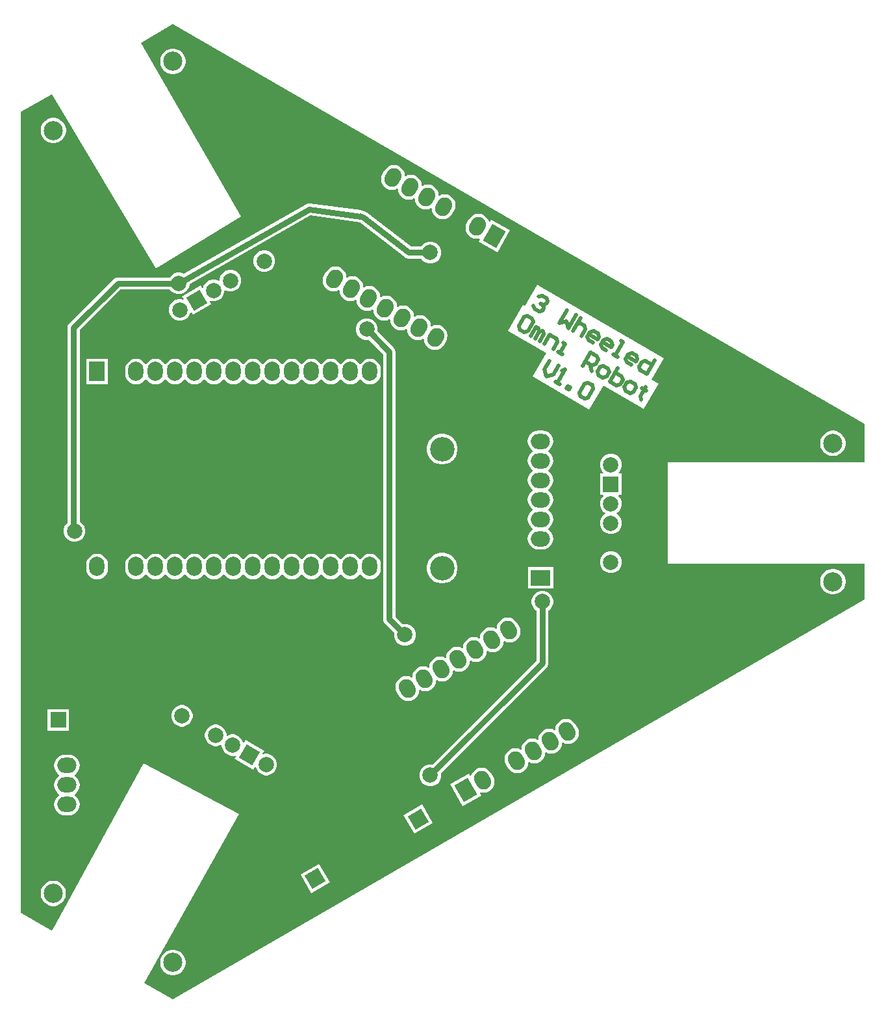
<source format=gtl>
G04*
G04 #@! TF.GenerationSoftware,Altium Limited,Altium Designer,23.10.1 (27)*
G04*
G04 Layer_Physical_Order=1*
G04 Layer_Color=255*
%FSLAX24Y24*%
%MOIN*%
G70*
G04*
G04 #@! TF.SameCoordinates,5D8C2957-00C5-4E15-9E5F-65C5349A431B*
G04*
G04*
G04 #@! TF.FilePolarity,Positive*
G04*
G01*
G75*
%ADD10C,0.0300*%
%ADD11C,0.0200*%
%ADD12C,0.0984*%
%ADD13C,0.0787*%
%ADD14R,0.0787X0.0787*%
%ADD15P,0.1114X4X285.0*%
%ADD16O,0.0984X0.0787*%
%ADD17C,0.1260*%
%ADD18R,0.0984X0.0787*%
%ADD19O,0.0787X0.0984*%
%ADD20R,0.0787X0.0984*%
G04:AMPARAMS|DCode=21|XSize=78.7mil|YSize=98.4mil|CornerRadius=0mil|HoleSize=0mil|Usage=FLASHONLY|Rotation=330.000|XOffset=0mil|YOffset=0mil|HoleType=Round|Shape=Round|*
%AMOVALD21*
21,1,0.0197,0.0787,0.0000,0.0000,60.0*
1,1,0.0787,-0.0049,-0.0085*
1,1,0.0787,0.0049,0.0085*
%
%ADD21OVALD21*%

G04:AMPARAMS|DCode=22|XSize=78.7mil|YSize=98.4mil|CornerRadius=0mil|HoleSize=0mil|Usage=FLASHONLY|Rotation=330.000|XOffset=0mil|YOffset=0mil|HoleType=Round|Shape=Rectangle|*
%AMROTATEDRECTD22*
4,1,4,-0.0587,-0.0229,-0.0095,0.0623,0.0587,0.0229,0.0095,-0.0623,-0.0587,-0.0229,0.0*
%
%ADD22ROTATEDRECTD22*%

%ADD23P,0.1114X4X165.0*%
G04:AMPARAMS|DCode=24|XSize=78.7mil|YSize=98.4mil|CornerRadius=0mil|HoleSize=0mil|Usage=FLASHONLY|Rotation=210.000|XOffset=0mil|YOffset=0mil|HoleType=Round|Shape=Round|*
%AMOVALD24*
21,1,0.0197,0.0787,0.0000,0.0000,300.0*
1,1,0.0787,-0.0049,0.0085*
1,1,0.0787,0.0049,-0.0085*
%
%ADD24OVALD24*%

G04:AMPARAMS|DCode=25|XSize=78.7mil|YSize=98.4mil|CornerRadius=0mil|HoleSize=0mil|Usage=FLASHONLY|Rotation=210.000|XOffset=0mil|YOffset=0mil|HoleType=Round|Shape=Rectangle|*
%AMROTATEDRECTD25*
4,1,4,0.0095,0.0623,0.0587,-0.0229,-0.0095,-0.0623,-0.0587,0.0229,0.0095,0.0623,0.0*
%
%ADD25ROTATEDRECTD25*%

G36*
X45700Y33007D02*
Y31057D01*
X35600D01*
Y25857D01*
X45700D01*
Y24007D01*
X10200Y3507D01*
X8702Y4362D01*
X13572Y13019D01*
X8700Y15607D01*
X4019Y7091D01*
X3955Y7070D01*
X2400Y7957D01*
Y49010D01*
X3968Y49914D01*
X9306Y40975D01*
X13695Y43657D01*
X8562Y52563D01*
X10200Y53507D01*
X45700Y33007D01*
D02*
G37*
%LPC*%
G36*
X10253Y52259D02*
X10125D01*
X9999Y52234D01*
X9881Y52185D01*
X9774Y52114D01*
X9684Y52023D01*
X9613Y51917D01*
X9564Y51799D01*
X9539Y51673D01*
Y51545D01*
X9564Y51420D01*
X9613Y51302D01*
X9684Y51195D01*
X9774Y51105D01*
X9881Y51034D01*
X9999Y50985D01*
X10125Y50960D01*
X10253D01*
X10378Y50985D01*
X10496Y51034D01*
X10603Y51105D01*
X10693Y51195D01*
X10764Y51302D01*
X10813Y51420D01*
X10838Y51545D01*
Y51673D01*
X10813Y51799D01*
X10764Y51917D01*
X10693Y52023D01*
X10603Y52114D01*
X10496Y52185D01*
X10378Y52234D01*
X10253Y52259D01*
D02*
G37*
G36*
X4116Y48716D02*
X3988D01*
X3862Y48691D01*
X3744Y48642D01*
X3637Y48571D01*
X3547Y48480D01*
X3476Y48374D01*
X3427Y48255D01*
X3402Y48130D01*
Y48002D01*
X3427Y47876D01*
X3476Y47758D01*
X3547Y47652D01*
X3637Y47561D01*
X3744Y47490D01*
X3862Y47441D01*
X3988Y47416D01*
X4116D01*
X4241Y47441D01*
X4359Y47490D01*
X4466Y47561D01*
X4556Y47652D01*
X4627Y47758D01*
X4676Y47876D01*
X4701Y48002D01*
Y48130D01*
X4676Y48255D01*
X4627Y48374D01*
X4556Y48480D01*
X4466Y48571D01*
X4359Y48642D01*
X4241Y48691D01*
X4116Y48716D01*
D02*
G37*
G36*
X17190Y44339D02*
X17170Y44337D01*
X17149Y44337D01*
X17130Y44332D01*
X17110Y44329D01*
X17091Y44321D01*
X17071Y44316D01*
X17053Y44306D01*
X17035Y44299D01*
X10734Y40723D01*
X10702Y40741D01*
X10562Y40779D01*
X10417D01*
X10277Y40741D01*
X10151Y40669D01*
X10048Y40566D01*
X10032Y40538D01*
X7370D01*
X7290Y40527D01*
X7215Y40496D01*
X7151Y40447D01*
X4881Y38177D01*
X4831Y38112D01*
X4800Y38038D01*
X4790Y37957D01*
Y27958D01*
X4698Y27866D01*
X4626Y27741D01*
X4588Y27600D01*
Y27455D01*
X4626Y27315D01*
X4698Y27189D01*
X4801Y27087D01*
X4927Y27014D01*
X5067Y26977D01*
X5212D01*
X5352Y27014D01*
X5478Y27087D01*
X5580Y27189D01*
X5653Y27315D01*
X5691Y27455D01*
Y27600D01*
X5653Y27741D01*
X5580Y27866D01*
X5478Y27969D01*
X5410Y28008D01*
Y37829D01*
X7499Y39918D01*
X10032D01*
X10048Y39889D01*
X10151Y39787D01*
X10277Y39714D01*
X10417Y39677D01*
X10562D01*
X10702Y39714D01*
X10828Y39787D01*
X10930Y39889D01*
X11003Y40015D01*
X11041Y40155D01*
Y40184D01*
X17250Y43707D01*
X19772Y43362D01*
X19772Y43361D01*
X19778Y43358D01*
X19779Y43359D01*
X22111Y41562D01*
X22129Y41551D01*
X22145Y41539D01*
X22163Y41531D01*
X22181Y41521D01*
X22201Y41516D01*
X22220Y41508D01*
X22240Y41505D01*
X22259Y41500D01*
X22280Y41500D01*
X22300Y41497D01*
X22943D01*
X22959Y41469D01*
X23062Y41366D01*
X23187Y41294D01*
X23327Y41256D01*
X23473D01*
X23613Y41294D01*
X23738Y41366D01*
X23841Y41469D01*
X23914Y41595D01*
X23951Y41735D01*
Y41880D01*
X23914Y42020D01*
X23841Y42146D01*
X23738Y42248D01*
X23613Y42321D01*
X23473Y42358D01*
X23327D01*
X23187Y42321D01*
X23062Y42248D01*
X22959Y42146D01*
X22943Y42117D01*
X22406D01*
X20153Y43854D01*
X20140Y43862D01*
X20119Y43878D01*
X20014Y43935D01*
X19899Y43970D01*
X19876Y43972D01*
X19863Y43975D01*
X17230Y44336D01*
X17210Y44336D01*
X17190Y44339D01*
D02*
G37*
G36*
X21534Y46297D02*
X21390Y46278D01*
X21256Y46222D01*
X21141Y46134D01*
X21053Y46019D01*
X20954Y45848D01*
X20899Y45714D01*
X20880Y45570D01*
X20899Y45426D01*
X20954Y45292D01*
X21043Y45177D01*
X21158Y45089D01*
X21292Y45033D01*
X21436Y45014D01*
X21580Y45033D01*
X21697Y45082D01*
X21711Y45078D01*
X21739Y45062D01*
X21748Y45052D01*
X21765Y44926D01*
X21820Y44792D01*
X21909Y44677D01*
X22024Y44589D01*
X22158Y44533D01*
X22302Y44514D01*
X22446Y44533D01*
X22563Y44582D01*
X22577Y44578D01*
X22605Y44562D01*
X22614Y44552D01*
X22631Y44426D01*
X22686Y44292D01*
X22775Y44177D01*
X22890Y44089D01*
X23024Y44033D01*
X23168Y44014D01*
X23312Y44033D01*
X23429Y44082D01*
X23443Y44078D01*
X23471Y44062D01*
X23480Y44052D01*
X23497Y43926D01*
X23552Y43792D01*
X23641Y43677D01*
X23756Y43589D01*
X23890Y43533D01*
X24034Y43514D01*
X24178Y43533D01*
X24312Y43589D01*
X24427Y43677D01*
X24515Y43792D01*
X24614Y43963D01*
X24669Y44097D01*
X24688Y44241D01*
X24669Y44385D01*
X24614Y44519D01*
X24525Y44634D01*
X24410Y44722D01*
X24276Y44778D01*
X24132Y44797D01*
X23988Y44778D01*
X23871Y44729D01*
X23857Y44732D01*
X23829Y44748D01*
X23820Y44759D01*
X23803Y44885D01*
X23748Y45019D01*
X23659Y45134D01*
X23544Y45222D01*
X23410Y45278D01*
X23266Y45297D01*
X23122Y45278D01*
X23005Y45229D01*
X22991Y45232D01*
X22963Y45248D01*
X22954Y45259D01*
X22937Y45385D01*
X22882Y45519D01*
X22793Y45634D01*
X22678Y45722D01*
X22544Y45778D01*
X22400Y45797D01*
X22256Y45778D01*
X22139Y45729D01*
X22125Y45732D01*
X22097Y45748D01*
X22088Y45759D01*
X22071Y45885D01*
X22016Y46019D01*
X21927Y46134D01*
X21812Y46222D01*
X21678Y46278D01*
X21534Y46297D01*
D02*
G37*
G36*
X25864Y43797D02*
X25720Y43778D01*
X25586Y43722D01*
X25471Y43634D01*
X25383Y43519D01*
X25284Y43348D01*
X25229Y43214D01*
X25210Y43070D01*
X25229Y42926D01*
X25284Y42792D01*
X25373Y42677D01*
X25488Y42589D01*
X25622Y42533D01*
X25766Y42514D01*
X25910Y42533D01*
X25922Y42538D01*
X25955Y42501D01*
X25879Y42368D01*
X26834Y41817D01*
X27483Y42942D01*
X26529Y43494D01*
X26452Y43361D01*
X26403Y43371D01*
X26401Y43385D01*
X26346Y43519D01*
X26257Y43634D01*
X26142Y43722D01*
X26008Y43778D01*
X25864Y43797D01*
D02*
G37*
G36*
X14803Y41921D02*
X14663Y41884D01*
X14537Y41811D01*
X14435Y41709D01*
X14362Y41583D01*
X14325Y41443D01*
X14325Y41298D01*
X14362Y41157D01*
X14435Y41032D01*
X14537Y40929D01*
X14663Y40857D01*
X14803Y40819D01*
X14948Y40819D01*
X15089Y40857D01*
X15214Y40929D01*
X15317Y41032D01*
X15389Y41157D01*
X15427Y41298D01*
X15427Y41443D01*
X15389Y41583D01*
X15317Y41709D01*
X15214Y41811D01*
X15089Y41884D01*
X14948Y41921D01*
X14803Y41921D01*
D02*
G37*
G36*
X13071Y40921D02*
X12931Y40884D01*
X12805Y40811D01*
X12703Y40709D01*
X12630Y40583D01*
X12593Y40443D01*
Y40375D01*
X12549Y40350D01*
X12491Y40384D01*
X12350Y40421D01*
X12205Y40421D01*
X12065Y40384D01*
X11939Y40311D01*
X11837Y40209D01*
X11764Y40083D01*
X11742Y40000D01*
X11688Y39993D01*
X11613Y40123D01*
X10659Y39572D01*
X10734Y39442D01*
X10701Y39399D01*
X10618Y39421D01*
X10473Y39421D01*
X10333Y39384D01*
X10207Y39311D01*
X10105Y39209D01*
X10032Y39083D01*
X9995Y38943D01*
X9995Y38798D01*
X10032Y38657D01*
X10105Y38532D01*
X10207Y38429D01*
X10333Y38357D01*
X10473Y38319D01*
X10618Y38319D01*
X10758Y38357D01*
X10884Y38429D01*
X10987Y38532D01*
X11059Y38657D01*
X11081Y38740D01*
X11135Y38747D01*
X11210Y38617D01*
X12165Y39168D01*
X12090Y39298D01*
X12123Y39341D01*
X12205Y39319D01*
X12350Y39319D01*
X12491Y39357D01*
X12616Y39429D01*
X12719Y39532D01*
X12791Y39657D01*
X12829Y39798D01*
Y39865D01*
X12872Y39890D01*
X12931Y39857D01*
X13071Y39819D01*
X13216Y39819D01*
X13357Y39857D01*
X13482Y39929D01*
X13585Y40032D01*
X13657Y40157D01*
X13695Y40298D01*
X13695Y40443D01*
X13657Y40583D01*
X13585Y40709D01*
X13482Y40811D01*
X13357Y40884D01*
X13216Y40921D01*
X13071Y40921D01*
D02*
G37*
G36*
X28892Y40161D02*
X28250Y39049D01*
X28142Y39111D01*
X27385Y37800D01*
X29340Y36671D01*
X28635Y35450D01*
X31563Y33759D01*
X32268Y34981D01*
X34353Y33777D01*
X35110Y35088D01*
X34756Y35293D01*
X35398Y36405D01*
X28892Y40161D01*
D02*
G37*
G36*
X18534Y41100D02*
X18390Y41081D01*
X18256Y41026D01*
X18141Y40938D01*
X18053Y40822D01*
X17954Y40652D01*
X17899Y40518D01*
X17880Y40374D01*
X17899Y40230D01*
X17954Y40096D01*
X18043Y39981D01*
X18158Y39893D01*
X18292Y39837D01*
X18436Y39818D01*
X18580Y39837D01*
X18697Y39886D01*
X18711Y39882D01*
X18738Y39866D01*
X18748Y39856D01*
X18765Y39730D01*
X18820Y39596D01*
X18909Y39481D01*
X19024Y39393D01*
X19158Y39337D01*
X19302Y39318D01*
X19446Y39337D01*
X19563Y39386D01*
X19577Y39382D01*
X19605Y39366D01*
X19614Y39356D01*
X19631Y39230D01*
X19686Y39096D01*
X19775Y38981D01*
X19890Y38893D01*
X20024Y38837D01*
X20168Y38818D01*
X20312Y38837D01*
X20429Y38886D01*
X20443Y38882D01*
X20471Y38866D01*
X20480Y38856D01*
X20497Y38730D01*
X20552Y38596D01*
X20641Y38481D01*
X20756Y38393D01*
X20890Y38337D01*
X21034Y38318D01*
X21178Y38337D01*
X21295Y38386D01*
X21309Y38382D01*
X21337Y38366D01*
X21346Y38356D01*
X21363Y38230D01*
X21418Y38096D01*
X21507Y37981D01*
X21622Y37893D01*
X21756Y37837D01*
X21900Y37818D01*
X22044Y37837D01*
X22161Y37886D01*
X22175Y37882D01*
X22203Y37866D01*
X22212Y37856D01*
X22229Y37730D01*
X22284Y37596D01*
X22373Y37481D01*
X22488Y37393D01*
X22622Y37337D01*
X22766Y37318D01*
X22910Y37337D01*
X23027Y37386D01*
X23041Y37382D01*
X23069Y37366D01*
X23078Y37356D01*
X23095Y37230D01*
X23150Y37096D01*
X23239Y36981D01*
X23354Y36893D01*
X23488Y36837D01*
X23632Y36818D01*
X23776Y36837D01*
X23910Y36893D01*
X24025Y36981D01*
X24113Y37096D01*
X24212Y37267D01*
X24267Y37401D01*
X24286Y37544D01*
X24267Y37688D01*
X24212Y37822D01*
X24123Y37938D01*
X24008Y38026D01*
X23874Y38081D01*
X23730Y38100D01*
X23586Y38081D01*
X23469Y38033D01*
X23455Y38036D01*
X23428Y38052D01*
X23418Y38062D01*
X23401Y38188D01*
X23346Y38322D01*
X23257Y38438D01*
X23142Y38526D01*
X23008Y38581D01*
X22864Y38600D01*
X22720Y38581D01*
X22603Y38533D01*
X22589Y38536D01*
X22561Y38552D01*
X22552Y38562D01*
X22535Y38688D01*
X22480Y38822D01*
X22391Y38938D01*
X22276Y39026D01*
X22142Y39081D01*
X21998Y39100D01*
X21854Y39081D01*
X21737Y39033D01*
X21723Y39036D01*
X21695Y39052D01*
X21686Y39062D01*
X21669Y39188D01*
X21614Y39322D01*
X21525Y39438D01*
X21410Y39526D01*
X21276Y39581D01*
X21132Y39600D01*
X20988Y39581D01*
X20871Y39533D01*
X20857Y39536D01*
X20829Y39552D01*
X20820Y39562D01*
X20803Y39688D01*
X20748Y39822D01*
X20659Y39938D01*
X20544Y40026D01*
X20410Y40081D01*
X20266Y40100D01*
X20122Y40081D01*
X20005Y40033D01*
X19991Y40036D01*
X19963Y40052D01*
X19954Y40062D01*
X19937Y40188D01*
X19882Y40322D01*
X19793Y40438D01*
X19678Y40526D01*
X19544Y40581D01*
X19400Y40600D01*
X19256Y40581D01*
X19139Y40533D01*
X19125Y40536D01*
X19097Y40552D01*
X19088Y40562D01*
X19071Y40688D01*
X19016Y40822D01*
X18927Y40938D01*
X18812Y41026D01*
X18678Y41081D01*
X18534Y41100D01*
D02*
G37*
G36*
X20300Y36362D02*
X20156Y36343D01*
X20022Y36287D01*
X19907Y36199D01*
X19830Y36098D01*
X19816Y36094D01*
X19784D01*
X19770Y36098D01*
X19693Y36199D01*
X19578Y36287D01*
X19444Y36343D01*
X19300Y36362D01*
X19156Y36343D01*
X19022Y36287D01*
X18907Y36199D01*
X18830Y36098D01*
X18816Y36094D01*
X18784D01*
X18770Y36098D01*
X18693Y36199D01*
X18578Y36287D01*
X18444Y36343D01*
X18300Y36362D01*
X18156Y36343D01*
X18022Y36287D01*
X17907Y36199D01*
X17830Y36098D01*
X17816Y36094D01*
X17784D01*
X17770Y36098D01*
X17693Y36199D01*
X17578Y36287D01*
X17444Y36343D01*
X17300Y36362D01*
X17156Y36343D01*
X17022Y36287D01*
X16907Y36199D01*
X16830Y36098D01*
X16816Y36094D01*
X16784D01*
X16770Y36098D01*
X16693Y36199D01*
X16578Y36287D01*
X16444Y36343D01*
X16300Y36362D01*
X16156Y36343D01*
X16022Y36287D01*
X15907Y36199D01*
X15830Y36098D01*
X15816Y36094D01*
X15784D01*
X15770Y36098D01*
X15693Y36199D01*
X15578Y36287D01*
X15444Y36343D01*
X15300Y36362D01*
X15156Y36343D01*
X15022Y36287D01*
X14907Y36199D01*
X14830Y36098D01*
X14816Y36094D01*
X14784D01*
X14770Y36098D01*
X14693Y36199D01*
X14578Y36287D01*
X14444Y36343D01*
X14300Y36362D01*
X14156Y36343D01*
X14022Y36287D01*
X13907Y36199D01*
X13830Y36098D01*
X13816Y36094D01*
X13784D01*
X13770Y36098D01*
X13693Y36199D01*
X13578Y36287D01*
X13444Y36343D01*
X13300Y36362D01*
X13156Y36343D01*
X13022Y36287D01*
X12907Y36199D01*
X12830Y36098D01*
X12816Y36094D01*
X12784D01*
X12770Y36098D01*
X12693Y36199D01*
X12578Y36287D01*
X12444Y36343D01*
X12300Y36362D01*
X12156Y36343D01*
X12022Y36287D01*
X11907Y36199D01*
X11830Y36098D01*
X11816Y36094D01*
X11784D01*
X11770Y36098D01*
X11693Y36199D01*
X11578Y36287D01*
X11444Y36343D01*
X11300Y36362D01*
X11156Y36343D01*
X11022Y36287D01*
X10907Y36199D01*
X10830Y36098D01*
X10816Y36094D01*
X10784D01*
X10770Y36098D01*
X10693Y36199D01*
X10578Y36287D01*
X10444Y36343D01*
X10300Y36362D01*
X10156Y36343D01*
X10022Y36287D01*
X9907Y36199D01*
X9830Y36098D01*
X9816Y36094D01*
X9784D01*
X9770Y36098D01*
X9693Y36199D01*
X9578Y36287D01*
X9444Y36343D01*
X9300Y36362D01*
X9156Y36343D01*
X9022Y36287D01*
X8907Y36199D01*
X8830Y36098D01*
X8816Y36094D01*
X8784D01*
X8770Y36098D01*
X8693Y36199D01*
X8578Y36287D01*
X8444Y36343D01*
X8300Y36362D01*
X8156Y36343D01*
X8022Y36287D01*
X7907Y36199D01*
X7819Y36084D01*
X7763Y35950D01*
X7744Y35806D01*
Y35609D01*
X7763Y35465D01*
X7819Y35331D01*
X7907Y35216D01*
X8022Y35127D01*
X8156Y35072D01*
X8300Y35053D01*
X8444Y35072D01*
X8578Y35127D01*
X8693Y35216D01*
X8770Y35317D01*
X8784Y35321D01*
X8816D01*
X8830Y35317D01*
X8907Y35216D01*
X9022Y35127D01*
X9156Y35072D01*
X9300Y35053D01*
X9444Y35072D01*
X9578Y35127D01*
X9693Y35216D01*
X9770Y35317D01*
X9784Y35321D01*
X9816D01*
X9830Y35317D01*
X9907Y35216D01*
X10022Y35127D01*
X10156Y35072D01*
X10300Y35053D01*
X10444Y35072D01*
X10578Y35127D01*
X10693Y35216D01*
X10770Y35317D01*
X10784Y35321D01*
X10816D01*
X10830Y35317D01*
X10907Y35216D01*
X11022Y35127D01*
X11156Y35072D01*
X11300Y35053D01*
X11444Y35072D01*
X11578Y35127D01*
X11693Y35216D01*
X11770Y35317D01*
X11784Y35321D01*
X11816D01*
X11830Y35317D01*
X11907Y35216D01*
X12022Y35127D01*
X12156Y35072D01*
X12300Y35053D01*
X12444Y35072D01*
X12578Y35127D01*
X12693Y35216D01*
X12770Y35317D01*
X12784Y35321D01*
X12816D01*
X12830Y35317D01*
X12907Y35216D01*
X13022Y35127D01*
X13156Y35072D01*
X13300Y35053D01*
X13444Y35072D01*
X13578Y35127D01*
X13693Y35216D01*
X13770Y35317D01*
X13784Y35321D01*
X13816D01*
X13830Y35317D01*
X13907Y35216D01*
X14022Y35127D01*
X14156Y35072D01*
X14300Y35053D01*
X14444Y35072D01*
X14578Y35127D01*
X14693Y35216D01*
X14770Y35317D01*
X14784Y35321D01*
X14816D01*
X14830Y35317D01*
X14907Y35216D01*
X15022Y35127D01*
X15156Y35072D01*
X15300Y35053D01*
X15444Y35072D01*
X15578Y35127D01*
X15693Y35216D01*
X15770Y35317D01*
X15784Y35321D01*
X15816D01*
X15830Y35317D01*
X15907Y35216D01*
X16022Y35127D01*
X16156Y35072D01*
X16300Y35053D01*
X16444Y35072D01*
X16578Y35127D01*
X16693Y35216D01*
X16770Y35317D01*
X16784Y35321D01*
X16816D01*
X16830Y35317D01*
X16907Y35216D01*
X17022Y35127D01*
X17156Y35072D01*
X17300Y35053D01*
X17444Y35072D01*
X17578Y35127D01*
X17693Y35216D01*
X17770Y35317D01*
X17784Y35321D01*
X17816D01*
X17830Y35317D01*
X17907Y35216D01*
X18022Y35127D01*
X18156Y35072D01*
X18300Y35053D01*
X18444Y35072D01*
X18578Y35127D01*
X18693Y35216D01*
X18770Y35317D01*
X18784Y35321D01*
X18816D01*
X18830Y35317D01*
X18907Y35216D01*
X19022Y35127D01*
X19156Y35072D01*
X19300Y35053D01*
X19444Y35072D01*
X19578Y35127D01*
X19693Y35216D01*
X19770Y35317D01*
X19784Y35321D01*
X19816D01*
X19830Y35317D01*
X19907Y35216D01*
X20022Y35127D01*
X20156Y35072D01*
X20300Y35053D01*
X20444Y35072D01*
X20578Y35127D01*
X20693Y35216D01*
X20781Y35331D01*
X20837Y35465D01*
X20856Y35609D01*
Y35806D01*
X20837Y35950D01*
X20781Y36084D01*
X20693Y36199D01*
X20578Y36287D01*
X20444Y36343D01*
X20300Y36362D01*
D02*
G37*
G36*
X6851Y36357D02*
X5749D01*
Y35058D01*
X6851D01*
Y36357D01*
D02*
G37*
G36*
X44122Y32675D02*
X43994D01*
X43868Y32650D01*
X43750Y32601D01*
X43644Y32530D01*
X43553Y32439D01*
X43482Y32333D01*
X43433Y32215D01*
X43408Y32089D01*
Y31961D01*
X43433Y31836D01*
X43482Y31717D01*
X43553Y31611D01*
X43644Y31520D01*
X43750Y31449D01*
X43868Y31400D01*
X43994Y31375D01*
X44122D01*
X44247Y31400D01*
X44366Y31449D01*
X44472Y31520D01*
X44562Y31611D01*
X44634Y31717D01*
X44683Y31836D01*
X44707Y31961D01*
Y32089D01*
X44683Y32215D01*
X44634Y32333D01*
X44562Y32439D01*
X44472Y32530D01*
X44366Y32601D01*
X44247Y32650D01*
X44122Y32675D01*
D02*
G37*
G36*
X24080Y32523D02*
X23925D01*
X23773Y32493D01*
X23630Y32434D01*
X23501Y32347D01*
X23391Y32238D01*
X23305Y32109D01*
X23246Y31966D01*
X23215Y31813D01*
Y31658D01*
X23246Y31506D01*
X23305Y31363D01*
X23391Y31234D01*
X23501Y31124D01*
X23630Y31038D01*
X23773Y30979D01*
X23925Y30948D01*
X24080D01*
X24232Y30979D01*
X24376Y31038D01*
X24505Y31124D01*
X24614Y31234D01*
X24701Y31363D01*
X24760Y31506D01*
X24790Y31658D01*
Y31813D01*
X24760Y31966D01*
X24701Y32109D01*
X24614Y32238D01*
X24505Y32347D01*
X24376Y32434D01*
X24232Y32493D01*
X24080Y32523D01*
D02*
G37*
G36*
X32740Y31486D02*
X32595D01*
X32455Y31448D01*
X32329Y31376D01*
X32226Y31273D01*
X32154Y31148D01*
X32116Y31007D01*
Y30862D01*
X32154Y30722D01*
X32226Y30596D01*
X32287Y30536D01*
X32266Y30486D01*
X32116D01*
Y29384D01*
X32266D01*
X32287Y29334D01*
X32226Y29273D01*
X32154Y29148D01*
X32116Y29007D01*
Y28862D01*
X32154Y28722D01*
X32226Y28596D01*
X32329Y28494D01*
X32388Y28460D01*
Y28410D01*
X32329Y28376D01*
X32226Y28273D01*
X32154Y28148D01*
X32116Y28007D01*
Y27862D01*
X32154Y27722D01*
X32226Y27596D01*
X32329Y27494D01*
X32455Y27421D01*
X32595Y27384D01*
X32740D01*
X32880Y27421D01*
X33006Y27494D01*
X33108Y27596D01*
X33181Y27722D01*
X33219Y27862D01*
Y28007D01*
X33181Y28148D01*
X33108Y28273D01*
X33006Y28376D01*
X32947Y28410D01*
Y28460D01*
X33006Y28494D01*
X33108Y28596D01*
X33181Y28722D01*
X33219Y28862D01*
Y29007D01*
X33181Y29148D01*
X33108Y29273D01*
X33048Y29334D01*
X33069Y29384D01*
X33219D01*
Y30486D01*
X33069D01*
X33048Y30536D01*
X33108Y30596D01*
X33181Y30722D01*
X33219Y30862D01*
Y31007D01*
X33181Y31148D01*
X33108Y31273D01*
X33006Y31376D01*
X32880Y31448D01*
X32740Y31486D01*
D02*
G37*
G36*
X29151Y32692D02*
X28954D01*
X28810Y32673D01*
X28676Y32617D01*
X28561Y32529D01*
X28473Y32414D01*
X28417Y32280D01*
X28398Y32136D01*
X28417Y31992D01*
X28473Y31858D01*
X28561Y31743D01*
X28662Y31665D01*
X28666Y31652D01*
Y31620D01*
X28662Y31606D01*
X28561Y31529D01*
X28473Y31414D01*
X28417Y31280D01*
X28398Y31136D01*
X28417Y30992D01*
X28473Y30858D01*
X28561Y30743D01*
X28662Y30665D01*
X28666Y30652D01*
Y30620D01*
X28662Y30606D01*
X28561Y30529D01*
X28473Y30414D01*
X28417Y30280D01*
X28398Y30136D01*
X28417Y29992D01*
X28473Y29858D01*
X28561Y29743D01*
X28662Y29665D01*
X28666Y29652D01*
Y29620D01*
X28662Y29606D01*
X28561Y29529D01*
X28473Y29414D01*
X28417Y29280D01*
X28398Y29136D01*
X28417Y28992D01*
X28473Y28858D01*
X28561Y28743D01*
X28662Y28665D01*
X28666Y28652D01*
Y28620D01*
X28662Y28606D01*
X28561Y28529D01*
X28473Y28414D01*
X28417Y28280D01*
X28398Y28136D01*
X28417Y27992D01*
X28473Y27858D01*
X28561Y27743D01*
X28662Y27665D01*
X28666Y27652D01*
Y27620D01*
X28662Y27606D01*
X28561Y27529D01*
X28473Y27414D01*
X28417Y27280D01*
X28398Y27136D01*
X28417Y26992D01*
X28473Y26858D01*
X28561Y26743D01*
X28676Y26654D01*
X28810Y26599D01*
X28954Y26580D01*
X29151D01*
X29295Y26599D01*
X29429Y26654D01*
X29544Y26743D01*
X29633Y26858D01*
X29688Y26992D01*
X29707Y27136D01*
X29688Y27280D01*
X29633Y27414D01*
X29544Y27529D01*
X29444Y27606D01*
X29440Y27620D01*
Y27652D01*
X29444Y27665D01*
X29544Y27743D01*
X29633Y27858D01*
X29688Y27992D01*
X29707Y28136D01*
X29688Y28280D01*
X29633Y28414D01*
X29544Y28529D01*
X29444Y28606D01*
X29440Y28620D01*
Y28652D01*
X29444Y28665D01*
X29544Y28743D01*
X29633Y28858D01*
X29688Y28992D01*
X29707Y29136D01*
X29688Y29280D01*
X29633Y29414D01*
X29544Y29529D01*
X29444Y29606D01*
X29440Y29620D01*
Y29652D01*
X29444Y29665D01*
X29544Y29743D01*
X29633Y29858D01*
X29688Y29992D01*
X29707Y30136D01*
X29688Y30280D01*
X29633Y30414D01*
X29544Y30529D01*
X29444Y30606D01*
X29440Y30620D01*
Y30652D01*
X29444Y30665D01*
X29544Y30743D01*
X29633Y30858D01*
X29688Y30992D01*
X29707Y31136D01*
X29688Y31280D01*
X29633Y31414D01*
X29544Y31529D01*
X29444Y31606D01*
X29440Y31620D01*
Y31652D01*
X29444Y31665D01*
X29544Y31743D01*
X29633Y31858D01*
X29688Y31992D01*
X29707Y32136D01*
X29688Y32280D01*
X29633Y32414D01*
X29544Y32529D01*
X29429Y32617D01*
X29295Y32673D01*
X29151Y32692D01*
D02*
G37*
G36*
X20300Y26362D02*
X20156Y26343D01*
X20022Y26287D01*
X19907Y26199D01*
X19830Y26098D01*
X19816Y26094D01*
X19784D01*
X19770Y26098D01*
X19693Y26199D01*
X19578Y26287D01*
X19444Y26343D01*
X19300Y26362D01*
X19156Y26343D01*
X19022Y26287D01*
X18907Y26199D01*
X18830Y26098D01*
X18816Y26094D01*
X18784D01*
X18770Y26098D01*
X18693Y26199D01*
X18578Y26287D01*
X18444Y26343D01*
X18300Y26362D01*
X18156Y26343D01*
X18022Y26287D01*
X17907Y26199D01*
X17830Y26098D01*
X17816Y26094D01*
X17784D01*
X17770Y26098D01*
X17693Y26199D01*
X17578Y26287D01*
X17444Y26343D01*
X17300Y26362D01*
X17156Y26343D01*
X17022Y26287D01*
X16907Y26199D01*
X16830Y26098D01*
X16816Y26094D01*
X16784D01*
X16770Y26098D01*
X16693Y26199D01*
X16578Y26287D01*
X16444Y26343D01*
X16300Y26362D01*
X16156Y26343D01*
X16022Y26287D01*
X15907Y26199D01*
X15830Y26098D01*
X15816Y26094D01*
X15784D01*
X15770Y26098D01*
X15693Y26199D01*
X15578Y26287D01*
X15444Y26343D01*
X15300Y26362D01*
X15156Y26343D01*
X15022Y26287D01*
X14907Y26199D01*
X14830Y26098D01*
X14816Y26094D01*
X14784D01*
X14770Y26098D01*
X14693Y26199D01*
X14578Y26287D01*
X14444Y26343D01*
X14300Y26362D01*
X14156Y26343D01*
X14022Y26287D01*
X13907Y26199D01*
X13830Y26098D01*
X13816Y26094D01*
X13784D01*
X13770Y26098D01*
X13693Y26199D01*
X13578Y26287D01*
X13444Y26343D01*
X13300Y26362D01*
X13156Y26343D01*
X13022Y26287D01*
X12907Y26199D01*
X12830Y26098D01*
X12816Y26094D01*
X12784D01*
X12770Y26098D01*
X12693Y26199D01*
X12578Y26287D01*
X12444Y26343D01*
X12300Y26362D01*
X12156Y26343D01*
X12022Y26287D01*
X11907Y26199D01*
X11830Y26098D01*
X11816Y26094D01*
X11784D01*
X11770Y26098D01*
X11693Y26199D01*
X11578Y26287D01*
X11444Y26343D01*
X11300Y26362D01*
X11156Y26343D01*
X11022Y26287D01*
X10907Y26199D01*
X10830Y26098D01*
X10816Y26094D01*
X10784D01*
X10770Y26098D01*
X10693Y26199D01*
X10578Y26287D01*
X10444Y26343D01*
X10300Y26362D01*
X10156Y26343D01*
X10022Y26287D01*
X9907Y26199D01*
X9830Y26098D01*
X9816Y26094D01*
X9784D01*
X9770Y26098D01*
X9693Y26199D01*
X9578Y26287D01*
X9444Y26343D01*
X9300Y26362D01*
X9156Y26343D01*
X9022Y26287D01*
X8907Y26199D01*
X8830Y26098D01*
X8816Y26094D01*
X8784D01*
X8770Y26098D01*
X8693Y26199D01*
X8578Y26287D01*
X8444Y26343D01*
X8300Y26362D01*
X8156Y26343D01*
X8022Y26287D01*
X7907Y26199D01*
X7819Y26084D01*
X7763Y25950D01*
X7744Y25806D01*
Y25609D01*
X7763Y25465D01*
X7819Y25331D01*
X7907Y25216D01*
X8022Y25127D01*
X8156Y25072D01*
X8300Y25053D01*
X8444Y25072D01*
X8578Y25127D01*
X8693Y25216D01*
X8770Y25317D01*
X8784Y25321D01*
X8816D01*
X8830Y25317D01*
X8907Y25216D01*
X9022Y25127D01*
X9156Y25072D01*
X9300Y25053D01*
X9444Y25072D01*
X9578Y25127D01*
X9693Y25216D01*
X9770Y25317D01*
X9784Y25321D01*
X9816D01*
X9830Y25317D01*
X9907Y25216D01*
X10022Y25127D01*
X10156Y25072D01*
X10300Y25053D01*
X10444Y25072D01*
X10578Y25127D01*
X10693Y25216D01*
X10770Y25317D01*
X10784Y25321D01*
X10816D01*
X10830Y25317D01*
X10907Y25216D01*
X11022Y25127D01*
X11156Y25072D01*
X11300Y25053D01*
X11444Y25072D01*
X11578Y25127D01*
X11693Y25216D01*
X11770Y25317D01*
X11784Y25321D01*
X11816D01*
X11830Y25317D01*
X11907Y25216D01*
X12022Y25127D01*
X12156Y25072D01*
X12300Y25053D01*
X12444Y25072D01*
X12578Y25127D01*
X12693Y25216D01*
X12770Y25317D01*
X12784Y25321D01*
X12816D01*
X12830Y25317D01*
X12907Y25216D01*
X13022Y25127D01*
X13156Y25072D01*
X13300Y25053D01*
X13444Y25072D01*
X13578Y25127D01*
X13693Y25216D01*
X13770Y25317D01*
X13784Y25321D01*
X13816D01*
X13830Y25317D01*
X13907Y25216D01*
X14022Y25127D01*
X14156Y25072D01*
X14300Y25053D01*
X14444Y25072D01*
X14578Y25127D01*
X14693Y25216D01*
X14770Y25317D01*
X14784Y25321D01*
X14816D01*
X14830Y25317D01*
X14907Y25216D01*
X15022Y25127D01*
X15156Y25072D01*
X15300Y25053D01*
X15444Y25072D01*
X15578Y25127D01*
X15693Y25216D01*
X15770Y25317D01*
X15784Y25321D01*
X15816D01*
X15830Y25317D01*
X15907Y25216D01*
X16022Y25127D01*
X16156Y25072D01*
X16300Y25053D01*
X16444Y25072D01*
X16578Y25127D01*
X16693Y25216D01*
X16770Y25317D01*
X16784Y25321D01*
X16816D01*
X16830Y25317D01*
X16907Y25216D01*
X17022Y25127D01*
X17156Y25072D01*
X17300Y25053D01*
X17444Y25072D01*
X17578Y25127D01*
X17693Y25216D01*
X17770Y25317D01*
X17784Y25321D01*
X17816D01*
X17830Y25317D01*
X17907Y25216D01*
X18022Y25127D01*
X18156Y25072D01*
X18300Y25053D01*
X18444Y25072D01*
X18578Y25127D01*
X18693Y25216D01*
X18770Y25317D01*
X18784Y25321D01*
X18816D01*
X18830Y25317D01*
X18907Y25216D01*
X19022Y25127D01*
X19156Y25072D01*
X19300Y25053D01*
X19444Y25072D01*
X19578Y25127D01*
X19693Y25216D01*
X19770Y25317D01*
X19784Y25321D01*
X19816D01*
X19830Y25317D01*
X19907Y25216D01*
X20022Y25127D01*
X20156Y25072D01*
X20300Y25053D01*
X20444Y25072D01*
X20578Y25127D01*
X20693Y25216D01*
X20781Y25331D01*
X20837Y25465D01*
X20856Y25609D01*
Y25806D01*
X20837Y25950D01*
X20781Y26084D01*
X20693Y26199D01*
X20578Y26287D01*
X20444Y26343D01*
X20300Y26362D01*
D02*
G37*
G36*
X32740Y26486D02*
X32595D01*
X32455Y26448D01*
X32329Y26376D01*
X32226Y26273D01*
X32154Y26148D01*
X32116Y26007D01*
Y25862D01*
X32154Y25722D01*
X32226Y25596D01*
X32329Y25494D01*
X32455Y25421D01*
X32595Y25384D01*
X32740D01*
X32880Y25421D01*
X33006Y25494D01*
X33108Y25596D01*
X33181Y25722D01*
X33219Y25862D01*
Y26007D01*
X33181Y26148D01*
X33108Y26273D01*
X33006Y26376D01*
X32880Y26448D01*
X32740Y26486D01*
D02*
G37*
G36*
X6300Y26362D02*
X6156Y26343D01*
X6022Y26287D01*
X5907Y26199D01*
X5819Y26084D01*
X5763Y25950D01*
X5744Y25806D01*
Y25609D01*
X5763Y25465D01*
X5819Y25331D01*
X5907Y25216D01*
X6022Y25127D01*
X6156Y25072D01*
X6300Y25053D01*
X6444Y25072D01*
X6578Y25127D01*
X6693Y25216D01*
X6781Y25331D01*
X6837Y25465D01*
X6856Y25609D01*
Y25806D01*
X6837Y25950D01*
X6781Y26084D01*
X6693Y26199D01*
X6578Y26287D01*
X6444Y26343D01*
X6300Y26362D01*
D02*
G37*
G36*
X24080Y26423D02*
X23925D01*
X23773Y26393D01*
X23630Y26334D01*
X23501Y26247D01*
X23391Y26138D01*
X23305Y26009D01*
X23246Y25866D01*
X23215Y25713D01*
Y25558D01*
X23246Y25406D01*
X23305Y25263D01*
X23391Y25134D01*
X23501Y25024D01*
X23630Y24938D01*
X23773Y24879D01*
X23925Y24848D01*
X24080D01*
X24232Y24879D01*
X24376Y24938D01*
X24505Y25024D01*
X24614Y25134D01*
X24701Y25263D01*
X24760Y25406D01*
X24790Y25558D01*
Y25713D01*
X24760Y25866D01*
X24701Y26009D01*
X24614Y26138D01*
X24505Y26247D01*
X24376Y26334D01*
X24232Y26393D01*
X24080Y26423D01*
D02*
G37*
G36*
X29702Y25687D02*
X28403D01*
Y24585D01*
X29702D01*
Y25687D01*
D02*
G37*
G36*
X44122Y25588D02*
X43994D01*
X43868Y25563D01*
X43750Y25514D01*
X43644Y25443D01*
X43553Y25353D01*
X43482Y25246D01*
X43433Y25128D01*
X43408Y25002D01*
Y24874D01*
X43433Y24749D01*
X43482Y24631D01*
X43553Y24524D01*
X43644Y24434D01*
X43750Y24363D01*
X43868Y24314D01*
X43994Y24289D01*
X44122D01*
X44247Y24314D01*
X44366Y24363D01*
X44472Y24434D01*
X44562Y24524D01*
X44634Y24631D01*
X44683Y24749D01*
X44707Y24874D01*
Y25002D01*
X44683Y25128D01*
X44634Y25246D01*
X44562Y25353D01*
X44472Y25443D01*
X44366Y25514D01*
X44247Y25563D01*
X44122Y25588D01*
D02*
G37*
G36*
X27366Y23097D02*
X27222Y23078D01*
X27088Y23022D01*
X26973Y22934D01*
X26884Y22819D01*
X26829Y22685D01*
X26812Y22559D01*
X26803Y22548D01*
X26775Y22532D01*
X26761Y22529D01*
X26644Y22578D01*
X26500Y22597D01*
X26356Y22578D01*
X26222Y22522D01*
X26107Y22434D01*
X26018Y22319D01*
X25963Y22185D01*
X25946Y22059D01*
X25937Y22048D01*
X25909Y22032D01*
X25895Y22029D01*
X25778Y22078D01*
X25634Y22097D01*
X25490Y22078D01*
X25356Y22022D01*
X25241Y21934D01*
X25152Y21819D01*
X25097Y21685D01*
X25080Y21559D01*
X25071Y21548D01*
X25043Y21532D01*
X25029Y21529D01*
X24912Y21578D01*
X24768Y21597D01*
X24624Y21578D01*
X24490Y21522D01*
X24375Y21434D01*
X24286Y21319D01*
X24231Y21185D01*
X24214Y21059D01*
X24205Y21048D01*
X24177Y21032D01*
X24163Y21029D01*
X24046Y21078D01*
X23902Y21097D01*
X23758Y21078D01*
X23624Y21022D01*
X23509Y20934D01*
X23420Y20819D01*
X23365Y20685D01*
X23348Y20559D01*
X23338Y20548D01*
X23311Y20532D01*
X23297Y20529D01*
X23180Y20578D01*
X23036Y20597D01*
X22892Y20578D01*
X22758Y20522D01*
X22643Y20434D01*
X22554Y20319D01*
X22499Y20185D01*
X22482Y20059D01*
X22472Y20048D01*
X22445Y20032D01*
X22431Y20029D01*
X22314Y20078D01*
X22170Y20097D01*
X22026Y20078D01*
X21892Y20022D01*
X21777Y19934D01*
X21688Y19819D01*
X21633Y19685D01*
X21614Y19541D01*
X21633Y19397D01*
X21688Y19263D01*
X21787Y19092D01*
X21875Y18977D01*
X21990Y18889D01*
X22124Y18833D01*
X22268Y18814D01*
X22412Y18833D01*
X22546Y18889D01*
X22661Y18977D01*
X22750Y19092D01*
X22805Y19226D01*
X22822Y19352D01*
X22831Y19362D01*
X22859Y19378D01*
X22873Y19382D01*
X22990Y19333D01*
X23134Y19314D01*
X23278Y19333D01*
X23412Y19389D01*
X23527Y19477D01*
X23616Y19592D01*
X23671Y19726D01*
X23688Y19852D01*
X23697Y19862D01*
X23725Y19878D01*
X23739Y19882D01*
X23856Y19833D01*
X24000Y19814D01*
X24144Y19833D01*
X24278Y19889D01*
X24393Y19977D01*
X24482Y20092D01*
X24537Y20226D01*
X24554Y20352D01*
X24563Y20362D01*
X24591Y20378D01*
X24605Y20382D01*
X24722Y20333D01*
X24866Y20314D01*
X25010Y20333D01*
X25144Y20389D01*
X25259Y20477D01*
X25348Y20592D01*
X25403Y20726D01*
X25420Y20852D01*
X25429Y20862D01*
X25457Y20878D01*
X25471Y20882D01*
X25588Y20833D01*
X25732Y20814D01*
X25876Y20833D01*
X26010Y20889D01*
X26125Y20977D01*
X26214Y21092D01*
X26269Y21226D01*
X26286Y21352D01*
X26295Y21362D01*
X26323Y21378D01*
X26337Y21382D01*
X26454Y21333D01*
X26598Y21314D01*
X26742Y21333D01*
X26876Y21389D01*
X26991Y21477D01*
X27080Y21592D01*
X27135Y21726D01*
X27152Y21852D01*
X27161Y21862D01*
X27189Y21878D01*
X27203Y21882D01*
X27320Y21833D01*
X27464Y21814D01*
X27608Y21833D01*
X27742Y21889D01*
X27857Y21977D01*
X27946Y22092D01*
X28001Y22226D01*
X28020Y22370D01*
X28001Y22514D01*
X27946Y22648D01*
X27847Y22819D01*
X27759Y22934D01*
X27644Y23022D01*
X27510Y23078D01*
X27366Y23097D01*
D02*
G37*
G36*
X20212Y38429D02*
X20067D01*
X19927Y38391D01*
X19801Y38319D01*
X19698Y38216D01*
X19626Y38091D01*
X19588Y37950D01*
Y37805D01*
X19626Y37665D01*
X19698Y37539D01*
X19801Y37437D01*
X19927Y37364D01*
X20067Y37327D01*
X20212D01*
X20244Y37335D01*
X20990Y36589D01*
Y23007D01*
X21000Y22927D01*
X21031Y22852D01*
X21081Y22788D01*
X21557Y22311D01*
X21549Y22280D01*
Y22135D01*
X21586Y21995D01*
X21659Y21869D01*
X21762Y21766D01*
X21887Y21694D01*
X22027Y21656D01*
X22173D01*
X22313Y21694D01*
X22438Y21766D01*
X22541Y21869D01*
X22614Y21995D01*
X22651Y22135D01*
Y22280D01*
X22614Y22420D01*
X22541Y22546D01*
X22438Y22648D01*
X22313Y22721D01*
X22173Y22758D01*
X22027D01*
X21996Y22750D01*
X21610Y23136D01*
Y36717D01*
X21600Y36797D01*
X21569Y36872D01*
X21519Y36937D01*
X20682Y37774D01*
X20691Y37805D01*
Y37950D01*
X20653Y38091D01*
X20580Y38216D01*
X20478Y38319D01*
X20352Y38391D01*
X20212Y38429D01*
D02*
G37*
G36*
X10724Y18608D02*
X10579Y18608D01*
X10439Y18571D01*
X10313Y18498D01*
X10211Y18396D01*
X10138Y18270D01*
X10101Y18130D01*
X10101Y17985D01*
X10138Y17845D01*
X10211Y17719D01*
X10313Y17616D01*
X10439Y17544D01*
X10579Y17506D01*
X10724Y17506D01*
X10865Y17544D01*
X10990Y17616D01*
X11093Y17719D01*
X11166Y17845D01*
X11203Y17985D01*
X11203Y18130D01*
X11166Y18270D01*
X11093Y18396D01*
X10990Y18498D01*
X10865Y18571D01*
X10724Y18608D01*
D02*
G37*
G36*
X30366Y17900D02*
X30222Y17881D01*
X30088Y17826D01*
X29973Y17738D01*
X29884Y17622D01*
X29829Y17488D01*
X29812Y17362D01*
X29803Y17352D01*
X29775Y17336D01*
X29761Y17333D01*
X29644Y17381D01*
X29500Y17400D01*
X29356Y17381D01*
X29222Y17326D01*
X29107Y17238D01*
X29018Y17122D01*
X28963Y16988D01*
X28946Y16862D01*
X28937Y16852D01*
X28909Y16836D01*
X28895Y16833D01*
X28778Y16881D01*
X28634Y16900D01*
X28490Y16881D01*
X28356Y16826D01*
X28241Y16738D01*
X28152Y16622D01*
X28097Y16488D01*
X28080Y16362D01*
X28071Y16352D01*
X28043Y16336D01*
X28029Y16333D01*
X27912Y16381D01*
X27768Y16400D01*
X27624Y16381D01*
X27490Y16326D01*
X27375Y16238D01*
X27286Y16122D01*
X27231Y15988D01*
X27212Y15844D01*
X27231Y15701D01*
X27286Y15567D01*
X27385Y15396D01*
X27473Y15281D01*
X27588Y15193D01*
X27722Y15137D01*
X27866Y15118D01*
X28010Y15137D01*
X28144Y15193D01*
X28259Y15281D01*
X28348Y15396D01*
X28403Y15530D01*
X28420Y15656D01*
X28429Y15666D01*
X28457Y15682D01*
X28471Y15686D01*
X28588Y15637D01*
X28732Y15618D01*
X28876Y15637D01*
X29010Y15693D01*
X29125Y15781D01*
X29214Y15896D01*
X29269Y16030D01*
X29286Y16156D01*
X29295Y16166D01*
X29323Y16182D01*
X29337Y16186D01*
X29454Y16137D01*
X29598Y16118D01*
X29742Y16137D01*
X29876Y16193D01*
X29991Y16281D01*
X30080Y16396D01*
X30135Y16530D01*
X30152Y16656D01*
X30161Y16666D01*
X30189Y16682D01*
X30203Y16686D01*
X30320Y16637D01*
X30464Y16618D01*
X30608Y16637D01*
X30742Y16693D01*
X30857Y16781D01*
X30946Y16896D01*
X31001Y17030D01*
X31020Y17174D01*
X31001Y17318D01*
X30946Y17452D01*
X30847Y17622D01*
X30759Y17738D01*
X30644Y17826D01*
X30510Y17881D01*
X30366Y17900D01*
D02*
G37*
G36*
X4852Y18397D02*
X3750D01*
Y17295D01*
X4852D01*
Y18397D01*
D02*
G37*
G36*
X29223Y24458D02*
X29077D01*
X28937Y24421D01*
X28812Y24348D01*
X28709Y24246D01*
X28636Y24120D01*
X28599Y23980D01*
Y23835D01*
X28636Y23695D01*
X28709Y23569D01*
X28812Y23466D01*
X28840Y23450D01*
Y20886D01*
X23504Y15550D01*
X23473Y15558D01*
X23327D01*
X23187Y15521D01*
X23062Y15448D01*
X22959Y15346D01*
X22886Y15220D01*
X22849Y15080D01*
Y14935D01*
X22886Y14795D01*
X22959Y14669D01*
X23062Y14566D01*
X23187Y14494D01*
X23327Y14456D01*
X23473D01*
X23613Y14494D01*
X23738Y14566D01*
X23841Y14669D01*
X23914Y14795D01*
X23951Y14935D01*
Y15080D01*
X23943Y15111D01*
X29369Y20538D01*
X29419Y20602D01*
X29450Y20677D01*
X29460Y20757D01*
Y23450D01*
X29488Y23466D01*
X29591Y23569D01*
X29664Y23695D01*
X29701Y23835D01*
Y23980D01*
X29664Y24120D01*
X29591Y24246D01*
X29488Y24348D01*
X29363Y24421D01*
X29223Y24458D01*
D02*
G37*
G36*
X12457Y17608D02*
X12311Y17608D01*
X12171Y17571D01*
X12046Y17498D01*
X11943Y17396D01*
X11870Y17270D01*
X11833Y17130D01*
X11833Y16985D01*
X11870Y16845D01*
X11943Y16719D01*
X12046Y16616D01*
X12171Y16544D01*
X12311Y16506D01*
X12457Y16506D01*
X12597Y16544D01*
X12656Y16578D01*
X12699Y16553D01*
Y16485D01*
X12736Y16345D01*
X12809Y16219D01*
X12912Y16116D01*
X13037Y16044D01*
X13177Y16006D01*
X13323Y16006D01*
X13405Y16028D01*
X13438Y15985D01*
X13363Y15856D01*
X14318Y15304D01*
X14393Y15434D01*
X14446Y15427D01*
X14468Y15345D01*
X14541Y15219D01*
X14644Y15116D01*
X14769Y15044D01*
X14909Y15006D01*
X15055Y15006D01*
X15195Y15044D01*
X15320Y15116D01*
X15423Y15219D01*
X15496Y15345D01*
X15533Y15485D01*
X15533Y15630D01*
X15496Y15770D01*
X15423Y15896D01*
X15320Y15998D01*
X15195Y16071D01*
X15055Y16108D01*
X14909Y16108D01*
X14827Y16086D01*
X14794Y16129D01*
X14869Y16259D01*
X13914Y16810D01*
X13839Y16681D01*
X13786Y16688D01*
X13764Y16770D01*
X13691Y16896D01*
X13588Y16998D01*
X13463Y17071D01*
X13323Y17108D01*
X13177Y17108D01*
X13037Y17071D01*
X12978Y17037D01*
X12935Y17062D01*
Y17130D01*
X12898Y17270D01*
X12825Y17396D01*
X12722Y17498D01*
X12597Y17571D01*
X12457Y17608D01*
D02*
G37*
G36*
X26036Y15400D02*
X25892Y15381D01*
X25758Y15326D01*
X25643Y15238D01*
X25554Y15122D01*
X25499Y14988D01*
X25497Y14975D01*
X25448Y14965D01*
X25371Y15097D01*
X24417Y14546D01*
X25066Y13421D01*
X26021Y13972D01*
X25945Y14105D01*
X25978Y14142D01*
X25990Y14137D01*
X26134Y14118D01*
X26278Y14137D01*
X26412Y14193D01*
X26527Y14281D01*
X26616Y14396D01*
X26671Y14530D01*
X26690Y14674D01*
X26671Y14818D01*
X26616Y14952D01*
X26517Y15122D01*
X26429Y15238D01*
X26314Y15326D01*
X26180Y15381D01*
X26036Y15400D01*
D02*
G37*
G36*
X4848Y16063D02*
X4652D01*
X4508Y16044D01*
X4374Y15989D01*
X4258Y15900D01*
X4170Y15785D01*
X4115Y15651D01*
X4096Y15507D01*
X4115Y15363D01*
X4170Y15229D01*
X4258Y15114D01*
X4359Y15037D01*
X4363Y15023D01*
Y14991D01*
X4359Y14978D01*
X4258Y14900D01*
X4170Y14785D01*
X4115Y14651D01*
X4096Y14507D01*
X4115Y14363D01*
X4170Y14229D01*
X4258Y14114D01*
X4359Y14037D01*
X4363Y14023D01*
Y13991D01*
X4359Y13978D01*
X4258Y13900D01*
X4170Y13785D01*
X4115Y13651D01*
X4096Y13507D01*
X4115Y13363D01*
X4170Y13229D01*
X4258Y13114D01*
X4374Y13026D01*
X4508Y12970D01*
X4652Y12951D01*
X4848D01*
X4992Y12970D01*
X5126Y13026D01*
X5242Y13114D01*
X5330Y13229D01*
X5385Y13363D01*
X5404Y13507D01*
X5385Y13651D01*
X5330Y13785D01*
X5242Y13900D01*
X5141Y13978D01*
X5137Y13991D01*
Y14023D01*
X5141Y14037D01*
X5242Y14114D01*
X5330Y14229D01*
X5385Y14363D01*
X5404Y14507D01*
X5385Y14651D01*
X5330Y14785D01*
X5242Y14900D01*
X5141Y14978D01*
X5137Y14991D01*
Y15023D01*
X5141Y15037D01*
X5242Y15114D01*
X5330Y15229D01*
X5385Y15363D01*
X5404Y15507D01*
X5385Y15651D01*
X5330Y15785D01*
X5242Y15900D01*
X5126Y15989D01*
X4992Y16044D01*
X4848Y16063D01*
D02*
G37*
G36*
X22979Y13516D02*
X22025Y12965D01*
X22576Y12010D01*
X23530Y12562D01*
X22979Y13516D01*
D02*
G37*
G36*
X17694Y10465D02*
X16740Y9914D01*
X17291Y8959D01*
X18246Y9510D01*
X17694Y10465D01*
D02*
G37*
G36*
X4115Y9601D02*
X3987D01*
X3861Y9576D01*
X3743Y9527D01*
X3637Y9456D01*
X3546Y9366D01*
X3475Y9260D01*
X3426Y9141D01*
X3401Y9016D01*
Y8888D01*
X3426Y8762D01*
X3475Y8644D01*
X3546Y8538D01*
X3637Y8447D01*
X3743Y8376D01*
X3861Y8327D01*
X3987Y8302D01*
X4115D01*
X4240Y8327D01*
X4358Y8376D01*
X4465Y8447D01*
X4555Y8538D01*
X4626Y8644D01*
X4675Y8762D01*
X4700Y8888D01*
Y9016D01*
X4675Y9141D01*
X4626Y9260D01*
X4555Y9366D01*
X4465Y9456D01*
X4358Y9527D01*
X4240Y9576D01*
X4115Y9601D01*
D02*
G37*
G36*
X10252Y6058D02*
X10124D01*
X9999Y6033D01*
X9880Y5984D01*
X9774Y5913D01*
X9684Y5823D01*
X9613Y5716D01*
X9564Y5598D01*
X9539Y5472D01*
Y5345D01*
X9564Y5219D01*
X9613Y5101D01*
X9684Y4994D01*
X9774Y4904D01*
X9880Y4833D01*
X9999Y4784D01*
X10124Y4759D01*
X10252D01*
X10378Y4784D01*
X10496Y4833D01*
X10602Y4904D01*
X10693Y4994D01*
X10764Y5101D01*
X10813Y5219D01*
X10838Y5345D01*
Y5472D01*
X10813Y5598D01*
X10764Y5716D01*
X10693Y5823D01*
X10602Y5913D01*
X10496Y5984D01*
X10378Y6033D01*
X10252Y6058D01*
D02*
G37*
%LPD*%
D10*
X19963Y43609D02*
G03*
X19821Y43668I-183J-238D01*
G01*
X22300Y41807D02*
X23400D01*
X19614Y18322D02*
X26550Y25257D01*
X19614Y16007D02*
Y18322D01*
X20139Y37878D02*
X21300Y36717D01*
Y23007D02*
X22100Y22207D01*
X21300Y23007D02*
Y36717D01*
X14250Y13057D02*
X17200Y16007D01*
X19614D01*
X29150Y20757D02*
Y23907D01*
X23400Y15007D02*
X29150Y20757D01*
X10325Y16907D02*
X14175Y13057D01*
X10250Y16907D02*
X10325D01*
X14175Y13057D02*
X14250D01*
X6750Y20407D02*
X10250Y16907D01*
X5400Y20407D02*
X6750D01*
X7294Y36937D02*
X8164Y37807D01*
X14664D01*
X16844Y39987D01*
X19963Y43609D02*
X22300Y41807D01*
X19821Y43668D02*
X19821Y43668D01*
X5100Y27407D02*
Y37957D01*
X17188Y44029D02*
X19821Y43668D01*
X10489Y40228D02*
X17188Y44029D01*
X7370Y40228D02*
X10489D01*
X5100Y37957D02*
X7370Y40228D01*
D11*
X28956Y39558D02*
X29139Y39606D01*
X29369Y39473D01*
X29418Y39291D01*
X29352Y39176D01*
X29169Y39127D01*
X29054Y39194D01*
X29169Y39127D01*
X29218Y38945D01*
X29152Y38829D01*
X28970Y38781D01*
X28739Y38914D01*
X28690Y39096D01*
X30408Y38873D02*
X30008Y38181D01*
X30373Y38278D01*
X30470Y37914D01*
X30870Y38607D01*
X31101Y38473D02*
X30701Y37781D01*
X30901Y38127D01*
X31083Y38176D01*
X31314Y38043D01*
X31363Y37861D01*
X31163Y37514D01*
X31740Y37181D02*
X31509Y37314D01*
X31460Y37496D01*
X31594Y37727D01*
X31776Y37776D01*
X32006Y37643D01*
X32055Y37461D01*
X31989Y37345D01*
X31527Y37612D01*
X32432Y36781D02*
X32202Y36915D01*
X32153Y37097D01*
X32286Y37327D01*
X32468Y37376D01*
X32699Y37243D01*
X32748Y37061D01*
X32681Y36945D01*
X32219Y37212D01*
X32779Y36581D02*
X33010Y36448D01*
X32894Y36515D01*
X33294Y37207D01*
X33179Y37274D01*
X33702Y36048D02*
X33471Y36181D01*
X33423Y36363D01*
X33556Y36594D01*
X33738Y36643D01*
X33969Y36510D01*
X34018Y36328D01*
X33951Y36212D01*
X33489Y36479D01*
X34910Y36274D02*
X34510Y35582D01*
X34164Y35782D01*
X34115Y35964D01*
X34248Y36195D01*
X34431Y36243D01*
X34777Y36043D01*
X28619Y38423D02*
X28389Y38556D01*
X28206Y38508D01*
X27940Y38046D01*
X27989Y37864D01*
X28219Y37731D01*
X28402Y37779D01*
X28668Y38241D01*
X28619Y38423D01*
X28566Y37531D02*
X28832Y37992D01*
X28948Y37926D01*
X28997Y37744D01*
X28797Y37397D01*
X28997Y37744D01*
X29179Y37792D01*
X29227Y37610D01*
X29028Y37264D01*
X29258Y37131D02*
X29525Y37593D01*
X29871Y37393D01*
X29920Y37211D01*
X29720Y36864D01*
X29951Y36731D02*
X30182Y36598D01*
X30066Y36664D01*
X30333Y37126D01*
X30218Y37193D01*
X31221Y35998D02*
X31621Y36690D01*
X31967Y36490D01*
X32016Y36308D01*
X31882Y36078D01*
X31700Y36029D01*
X31354Y36229D01*
X31585Y36095D02*
X31682Y35731D01*
X32029Y35531D02*
X32260Y35398D01*
X32442Y35447D01*
X32575Y35678D01*
X32526Y35860D01*
X32295Y35993D01*
X32113Y35944D01*
X31980Y35713D01*
X32029Y35531D01*
X33006Y35891D02*
X32606Y35198D01*
X32952Y34998D01*
X33134Y35047D01*
X33201Y35162D01*
X33268Y35278D01*
X33219Y35460D01*
X32873Y35660D01*
X33414Y34732D02*
X33645Y34598D01*
X33827Y34647D01*
X33960Y34878D01*
X33911Y35060D01*
X33681Y35193D01*
X33498Y35145D01*
X33365Y34914D01*
X33414Y34732D01*
X34440Y34909D02*
X34373Y34793D01*
X34258Y34860D01*
X34489Y34727D01*
X34373Y34793D01*
X34173Y34447D01*
X34222Y34265D01*
X29523Y36273D02*
X29256Y35811D01*
X29354Y35447D01*
X29718Y35545D01*
X29985Y36007D01*
X29816Y35181D02*
X30047Y35047D01*
X29931Y35114D01*
X30331Y35807D01*
X30149Y35758D01*
X30393Y34847D02*
X30460Y34963D01*
X30575Y34896D01*
X30508Y34781D01*
X30393Y34847D01*
X31303Y35091D02*
X31485Y35140D01*
X31716Y35007D01*
X31765Y34825D01*
X31498Y34363D01*
X31316Y34314D01*
X31086Y34448D01*
X31037Y34630D01*
X31303Y35091D01*
D12*
X44058Y24938D02*
D03*
Y32025D02*
D03*
X10188Y5408D02*
D03*
X4051Y8952D02*
D03*
X10189Y51609D02*
D03*
X4052Y48066D02*
D03*
D13*
X32667Y30935D02*
D03*
Y28935D02*
D03*
Y27935D02*
D03*
Y26935D02*
D03*
Y25935D02*
D03*
X14982Y15557D02*
D03*
X13250Y16557D02*
D03*
X12384Y17057D02*
D03*
X11518Y17557D02*
D03*
X10652Y18057D02*
D03*
X5285Y17846D02*
D03*
X20907Y16002D02*
D03*
X15623Y12951D02*
D03*
X10546Y38870D02*
D03*
X12278Y39870D02*
D03*
X13144Y40370D02*
D03*
X14010Y40870D02*
D03*
X14876Y41370D02*
D03*
X23400Y41807D02*
D03*
X26414Y25157D02*
D03*
X22100Y22207D02*
D03*
X19614Y16007D02*
D03*
X23400Y15007D02*
D03*
X14250Y13057D02*
D03*
X5400Y20407D02*
D03*
X10250Y16907D02*
D03*
X7294Y36937D02*
D03*
X16844Y39987D02*
D03*
X20139Y37878D02*
D03*
X5139Y27528D02*
D03*
X10489Y40228D02*
D03*
X29150Y23907D02*
D03*
D14*
X32667Y29935D02*
D03*
X4301Y17846D02*
D03*
D15*
X14116Y16057D02*
D03*
D16*
X4750Y13507D02*
D03*
Y14507D02*
D03*
Y15507D02*
D03*
X29053Y32136D02*
D03*
Y31136D02*
D03*
Y30136D02*
D03*
Y29136D02*
D03*
Y28136D02*
D03*
Y27136D02*
D03*
Y26136D02*
D03*
D17*
X24003Y31736D02*
D03*
Y25636D02*
D03*
D18*
X29053Y25136D02*
D03*
D19*
X17300Y25707D02*
D03*
X14300D02*
D03*
X15300D02*
D03*
X16300D02*
D03*
X13300D02*
D03*
X12300D02*
D03*
X9300D02*
D03*
X8300D02*
D03*
X7300D02*
D03*
X6300D02*
D03*
X20300D02*
D03*
X18300D02*
D03*
X10300D02*
D03*
X11300D02*
D03*
X19300D02*
D03*
X12300Y35707D02*
D03*
X10300D02*
D03*
X11300D02*
D03*
X13300D02*
D03*
X14300D02*
D03*
X15300D02*
D03*
X16300D02*
D03*
X17300D02*
D03*
X18300D02*
D03*
X19300D02*
D03*
X20300D02*
D03*
X8300D02*
D03*
X9300D02*
D03*
X7300D02*
D03*
D20*
X6300D02*
D03*
D21*
X20619Y46155D02*
D03*
X21485Y45655D02*
D03*
X22351Y45155D02*
D03*
X23217Y44655D02*
D03*
X24083Y44155D02*
D03*
X24949Y43655D02*
D03*
X25815Y43155D02*
D03*
X23681Y37459D02*
D03*
X22815Y37959D02*
D03*
X21949Y38459D02*
D03*
X21083Y38959D02*
D03*
X20217Y39459D02*
D03*
X19351Y39959D02*
D03*
X18485Y40459D02*
D03*
X17619Y40959D02*
D03*
D22*
X26681Y42655D02*
D03*
D23*
X22777Y12763D02*
D03*
X17493Y9712D02*
D03*
X11412Y39370D02*
D03*
D24*
X31281Y17759D02*
D03*
X30415Y17259D02*
D03*
X29549Y16759D02*
D03*
X28683Y16259D02*
D03*
X27817Y15759D02*
D03*
X26951Y15259D02*
D03*
X26085Y14759D02*
D03*
X22219Y19455D02*
D03*
X23085Y19955D02*
D03*
X23951Y20455D02*
D03*
X24817Y20955D02*
D03*
X25683Y21455D02*
D03*
X26549Y21955D02*
D03*
X27415Y22455D02*
D03*
X28281Y22955D02*
D03*
D25*
X25219Y14259D02*
D03*
M02*

</source>
